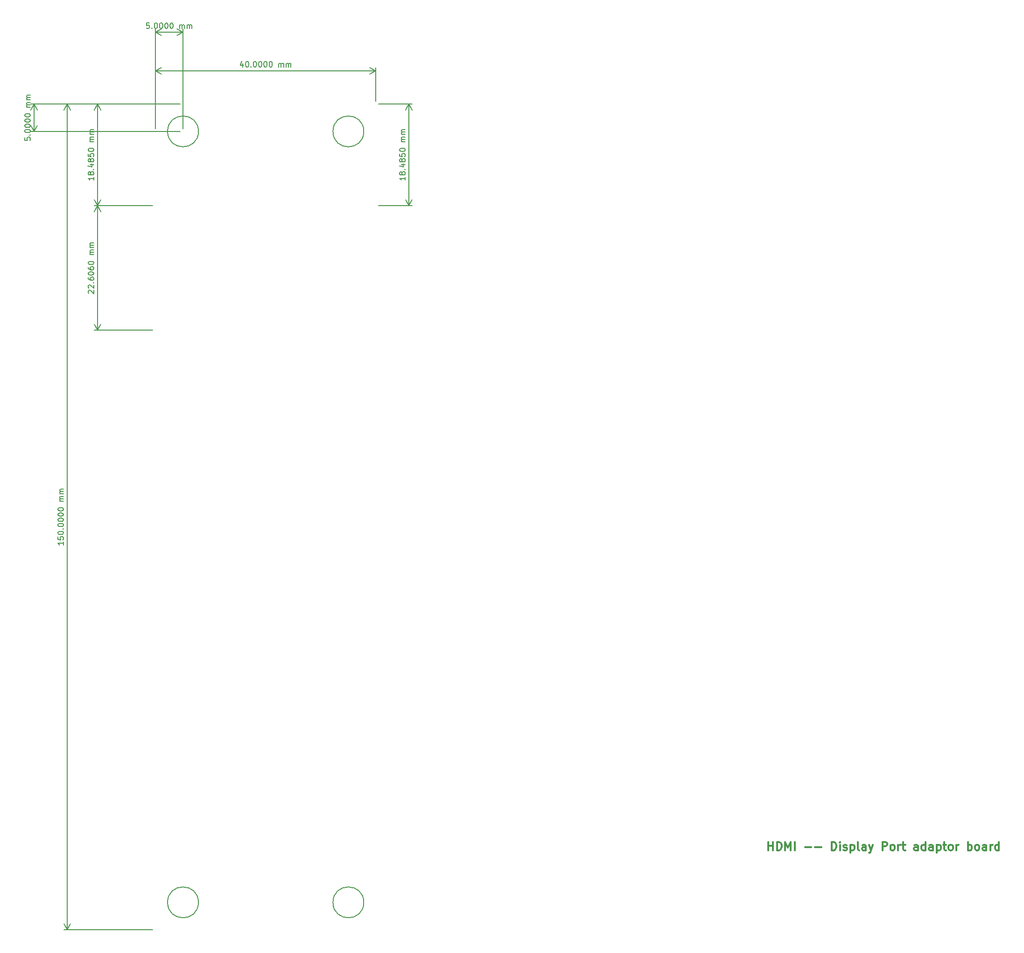
<source format=gbr>
%TF.GenerationSoftware,KiCad,Pcbnew,6.0.7-1.fc36*%
%TF.CreationDate,2022-07-28T15:58:57+01:00*%
%TF.ProjectId,pc070_aida_hdmi_dp,70633037-305f-4616-9964-615f68646d69,rev?*%
%TF.SameCoordinates,Original*%
%TF.FileFunction,Other,Comment*%
%FSLAX46Y46*%
G04 Gerber Fmt 4.6, Leading zero omitted, Abs format (unit mm)*
G04 Created by KiCad (PCBNEW 6.0.7-1.fc36) date 2022-07-28 15:58:57*
%MOMM*%
%LPD*%
G01*
G04 APERTURE LIST*
%ADD10C,0.300000*%
%ADD11C,0.150000*%
G04 APERTURE END LIST*
D10*
X181171428Y-175528571D02*
X181171428Y-174028571D01*
X181171428Y-174742857D02*
X182028571Y-174742857D01*
X182028571Y-175528571D02*
X182028571Y-174028571D01*
X182742857Y-175528571D02*
X182742857Y-174028571D01*
X183100000Y-174028571D01*
X183314285Y-174100000D01*
X183457142Y-174242857D01*
X183528571Y-174385714D01*
X183600000Y-174671428D01*
X183600000Y-174885714D01*
X183528571Y-175171428D01*
X183457142Y-175314285D01*
X183314285Y-175457142D01*
X183100000Y-175528571D01*
X182742857Y-175528571D01*
X184242857Y-175528571D02*
X184242857Y-174028571D01*
X184742857Y-175100000D01*
X185242857Y-174028571D01*
X185242857Y-175528571D01*
X185957142Y-175528571D02*
X185957142Y-174028571D01*
X187814285Y-174957142D02*
X188957142Y-174957142D01*
X189671428Y-174957142D02*
X190814285Y-174957142D01*
X192671428Y-175528571D02*
X192671428Y-174028571D01*
X193028571Y-174028571D01*
X193242857Y-174100000D01*
X193385714Y-174242857D01*
X193457142Y-174385714D01*
X193528571Y-174671428D01*
X193528571Y-174885714D01*
X193457142Y-175171428D01*
X193385714Y-175314285D01*
X193242857Y-175457142D01*
X193028571Y-175528571D01*
X192671428Y-175528571D01*
X194171428Y-175528571D02*
X194171428Y-174528571D01*
X194171428Y-174028571D02*
X194100000Y-174100000D01*
X194171428Y-174171428D01*
X194242857Y-174100000D01*
X194171428Y-174028571D01*
X194171428Y-174171428D01*
X194814285Y-175457142D02*
X194957142Y-175528571D01*
X195242857Y-175528571D01*
X195385714Y-175457142D01*
X195457142Y-175314285D01*
X195457142Y-175242857D01*
X195385714Y-175100000D01*
X195242857Y-175028571D01*
X195028571Y-175028571D01*
X194885714Y-174957142D01*
X194814285Y-174814285D01*
X194814285Y-174742857D01*
X194885714Y-174600000D01*
X195028571Y-174528571D01*
X195242857Y-174528571D01*
X195385714Y-174600000D01*
X196100000Y-174528571D02*
X196100000Y-176028571D01*
X196100000Y-174600000D02*
X196242857Y-174528571D01*
X196528571Y-174528571D01*
X196671428Y-174600000D01*
X196742857Y-174671428D01*
X196814285Y-174814285D01*
X196814285Y-175242857D01*
X196742857Y-175385714D01*
X196671428Y-175457142D01*
X196528571Y-175528571D01*
X196242857Y-175528571D01*
X196100000Y-175457142D01*
X197671428Y-175528571D02*
X197528571Y-175457142D01*
X197457142Y-175314285D01*
X197457142Y-174028571D01*
X198885714Y-175528571D02*
X198885714Y-174742857D01*
X198814285Y-174600000D01*
X198671428Y-174528571D01*
X198385714Y-174528571D01*
X198242857Y-174600000D01*
X198885714Y-175457142D02*
X198742857Y-175528571D01*
X198385714Y-175528571D01*
X198242857Y-175457142D01*
X198171428Y-175314285D01*
X198171428Y-175171428D01*
X198242857Y-175028571D01*
X198385714Y-174957142D01*
X198742857Y-174957142D01*
X198885714Y-174885714D01*
X199457142Y-174528571D02*
X199814285Y-175528571D01*
X200171428Y-174528571D02*
X199814285Y-175528571D01*
X199671428Y-175885714D01*
X199600000Y-175957142D01*
X199457142Y-176028571D01*
X201885714Y-175528571D02*
X201885714Y-174028571D01*
X202457142Y-174028571D01*
X202600000Y-174100000D01*
X202671428Y-174171428D01*
X202742857Y-174314285D01*
X202742857Y-174528571D01*
X202671428Y-174671428D01*
X202600000Y-174742857D01*
X202457142Y-174814285D01*
X201885714Y-174814285D01*
X203600000Y-175528571D02*
X203457142Y-175457142D01*
X203385714Y-175385714D01*
X203314285Y-175242857D01*
X203314285Y-174814285D01*
X203385714Y-174671428D01*
X203457142Y-174600000D01*
X203600000Y-174528571D01*
X203814285Y-174528571D01*
X203957142Y-174600000D01*
X204028571Y-174671428D01*
X204100000Y-174814285D01*
X204100000Y-175242857D01*
X204028571Y-175385714D01*
X203957142Y-175457142D01*
X203814285Y-175528571D01*
X203600000Y-175528571D01*
X204742857Y-175528571D02*
X204742857Y-174528571D01*
X204742857Y-174814285D02*
X204814285Y-174671428D01*
X204885714Y-174600000D01*
X205028571Y-174528571D01*
X205171428Y-174528571D01*
X205457142Y-174528571D02*
X206028571Y-174528571D01*
X205671428Y-174028571D02*
X205671428Y-175314285D01*
X205742857Y-175457142D01*
X205885714Y-175528571D01*
X206028571Y-175528571D01*
X208314285Y-175528571D02*
X208314285Y-174742857D01*
X208242857Y-174600000D01*
X208100000Y-174528571D01*
X207814285Y-174528571D01*
X207671428Y-174600000D01*
X208314285Y-175457142D02*
X208171428Y-175528571D01*
X207814285Y-175528571D01*
X207671428Y-175457142D01*
X207600000Y-175314285D01*
X207600000Y-175171428D01*
X207671428Y-175028571D01*
X207814285Y-174957142D01*
X208171428Y-174957142D01*
X208314285Y-174885714D01*
X209671428Y-175528571D02*
X209671428Y-174028571D01*
X209671428Y-175457142D02*
X209528571Y-175528571D01*
X209242857Y-175528571D01*
X209100000Y-175457142D01*
X209028571Y-175385714D01*
X208957142Y-175242857D01*
X208957142Y-174814285D01*
X209028571Y-174671428D01*
X209100000Y-174600000D01*
X209242857Y-174528571D01*
X209528571Y-174528571D01*
X209671428Y-174600000D01*
X211028571Y-175528571D02*
X211028571Y-174742857D01*
X210957142Y-174600000D01*
X210814285Y-174528571D01*
X210528571Y-174528571D01*
X210385714Y-174600000D01*
X211028571Y-175457142D02*
X210885714Y-175528571D01*
X210528571Y-175528571D01*
X210385714Y-175457142D01*
X210314285Y-175314285D01*
X210314285Y-175171428D01*
X210385714Y-175028571D01*
X210528571Y-174957142D01*
X210885714Y-174957142D01*
X211028571Y-174885714D01*
X211742857Y-174528571D02*
X211742857Y-176028571D01*
X211742857Y-174600000D02*
X211885714Y-174528571D01*
X212171428Y-174528571D01*
X212314285Y-174600000D01*
X212385714Y-174671428D01*
X212457142Y-174814285D01*
X212457142Y-175242857D01*
X212385714Y-175385714D01*
X212314285Y-175457142D01*
X212171428Y-175528571D01*
X211885714Y-175528571D01*
X211742857Y-175457142D01*
X212885714Y-174528571D02*
X213457142Y-174528571D01*
X213100000Y-174028571D02*
X213100000Y-175314285D01*
X213171428Y-175457142D01*
X213314285Y-175528571D01*
X213457142Y-175528571D01*
X214171428Y-175528571D02*
X214028571Y-175457142D01*
X213957142Y-175385714D01*
X213885714Y-175242857D01*
X213885714Y-174814285D01*
X213957142Y-174671428D01*
X214028571Y-174600000D01*
X214171428Y-174528571D01*
X214385714Y-174528571D01*
X214528571Y-174600000D01*
X214600000Y-174671428D01*
X214671428Y-174814285D01*
X214671428Y-175242857D01*
X214600000Y-175385714D01*
X214528571Y-175457142D01*
X214385714Y-175528571D01*
X214171428Y-175528571D01*
X215314285Y-175528571D02*
X215314285Y-174528571D01*
X215314285Y-174814285D02*
X215385714Y-174671428D01*
X215457142Y-174600000D01*
X215600000Y-174528571D01*
X215742857Y-174528571D01*
X217385714Y-175528571D02*
X217385714Y-174028571D01*
X217385714Y-174600000D02*
X217528571Y-174528571D01*
X217814285Y-174528571D01*
X217957142Y-174600000D01*
X218028571Y-174671428D01*
X218100000Y-174814285D01*
X218100000Y-175242857D01*
X218028571Y-175385714D01*
X217957142Y-175457142D01*
X217814285Y-175528571D01*
X217528571Y-175528571D01*
X217385714Y-175457142D01*
X218957142Y-175528571D02*
X218814285Y-175457142D01*
X218742857Y-175385714D01*
X218671428Y-175242857D01*
X218671428Y-174814285D01*
X218742857Y-174671428D01*
X218814285Y-174600000D01*
X218957142Y-174528571D01*
X219171428Y-174528571D01*
X219314285Y-174600000D01*
X219385714Y-174671428D01*
X219457142Y-174814285D01*
X219457142Y-175242857D01*
X219385714Y-175385714D01*
X219314285Y-175457142D01*
X219171428Y-175528571D01*
X218957142Y-175528571D01*
X220742857Y-175528571D02*
X220742857Y-174742857D01*
X220671428Y-174600000D01*
X220528571Y-174528571D01*
X220242857Y-174528571D01*
X220100000Y-174600000D01*
X220742857Y-175457142D02*
X220600000Y-175528571D01*
X220242857Y-175528571D01*
X220100000Y-175457142D01*
X220028571Y-175314285D01*
X220028571Y-175171428D01*
X220100000Y-175028571D01*
X220242857Y-174957142D01*
X220600000Y-174957142D01*
X220742857Y-174885714D01*
X221457142Y-175528571D02*
X221457142Y-174528571D01*
X221457142Y-174814285D02*
X221528571Y-174671428D01*
X221600000Y-174600000D01*
X221742857Y-174528571D01*
X221885714Y-174528571D01*
X223028571Y-175528571D02*
X223028571Y-174028571D01*
X223028571Y-175457142D02*
X222885714Y-175528571D01*
X222600000Y-175528571D01*
X222457142Y-175457142D01*
X222385714Y-175385714D01*
X222314285Y-175242857D01*
X222314285Y-174814285D01*
X222385714Y-174671428D01*
X222457142Y-174600000D01*
X222600000Y-174528571D01*
X222885714Y-174528571D01*
X223028571Y-174600000D01*
D11*
X53302381Y-119523809D02*
X53302381Y-120095238D01*
X53302381Y-119809523D02*
X52302381Y-119809523D01*
X52445239Y-119904761D01*
X52540477Y-120000000D01*
X52588096Y-120095238D01*
X52302381Y-118619047D02*
X52302381Y-119095238D01*
X52778572Y-119142857D01*
X52730953Y-119095238D01*
X52683334Y-119000000D01*
X52683334Y-118761904D01*
X52730953Y-118666666D01*
X52778572Y-118619047D01*
X52873810Y-118571428D01*
X53111905Y-118571428D01*
X53207143Y-118619047D01*
X53254762Y-118666666D01*
X53302381Y-118761904D01*
X53302381Y-119000000D01*
X53254762Y-119095238D01*
X53207143Y-119142857D01*
X52302381Y-117952380D02*
X52302381Y-117857142D01*
X52350001Y-117761904D01*
X52397620Y-117714285D01*
X52492858Y-117666666D01*
X52683334Y-117619047D01*
X52921429Y-117619047D01*
X53111905Y-117666666D01*
X53207143Y-117714285D01*
X53254762Y-117761904D01*
X53302381Y-117857142D01*
X53302381Y-117952380D01*
X53254762Y-118047619D01*
X53207143Y-118095238D01*
X53111905Y-118142857D01*
X52921429Y-118190476D01*
X52683334Y-118190476D01*
X52492858Y-118142857D01*
X52397620Y-118095238D01*
X52350001Y-118047619D01*
X52302381Y-117952380D01*
X53207143Y-117190476D02*
X53254762Y-117142857D01*
X53302381Y-117190476D01*
X53254762Y-117238095D01*
X53207143Y-117190476D01*
X53302381Y-117190476D01*
X52302381Y-116523809D02*
X52302381Y-116428571D01*
X52350001Y-116333333D01*
X52397620Y-116285714D01*
X52492858Y-116238095D01*
X52683334Y-116190476D01*
X52921429Y-116190476D01*
X53111905Y-116238095D01*
X53207143Y-116285714D01*
X53254762Y-116333333D01*
X53302381Y-116428571D01*
X53302381Y-116523809D01*
X53254762Y-116619047D01*
X53207143Y-116666666D01*
X53111905Y-116714285D01*
X52921429Y-116761904D01*
X52683334Y-116761904D01*
X52492858Y-116714285D01*
X52397620Y-116666666D01*
X52350001Y-116619047D01*
X52302381Y-116523809D01*
X52302381Y-115571428D02*
X52302381Y-115476190D01*
X52350001Y-115380952D01*
X52397620Y-115333333D01*
X52492858Y-115285714D01*
X52683334Y-115238095D01*
X52921429Y-115238095D01*
X53111905Y-115285714D01*
X53207143Y-115333333D01*
X53254762Y-115380952D01*
X53302381Y-115476190D01*
X53302381Y-115571428D01*
X53254762Y-115666666D01*
X53207143Y-115714285D01*
X53111905Y-115761904D01*
X52921429Y-115809523D01*
X52683334Y-115809523D01*
X52492858Y-115761904D01*
X52397620Y-115714285D01*
X52350001Y-115666666D01*
X52302381Y-115571428D01*
X52302381Y-114619047D02*
X52302381Y-114523809D01*
X52350001Y-114428571D01*
X52397620Y-114380952D01*
X52492858Y-114333333D01*
X52683334Y-114285714D01*
X52921429Y-114285714D01*
X53111905Y-114333333D01*
X53207143Y-114380952D01*
X53254762Y-114428571D01*
X53302381Y-114523809D01*
X53302381Y-114619047D01*
X53254762Y-114714285D01*
X53207143Y-114761904D01*
X53111905Y-114809523D01*
X52921429Y-114857142D01*
X52683334Y-114857142D01*
X52492858Y-114809523D01*
X52397620Y-114761904D01*
X52350001Y-114714285D01*
X52302381Y-114619047D01*
X52302381Y-113666666D02*
X52302381Y-113571428D01*
X52350001Y-113476190D01*
X52397620Y-113428571D01*
X52492858Y-113380952D01*
X52683334Y-113333333D01*
X52921429Y-113333333D01*
X53111905Y-113380952D01*
X53207143Y-113428571D01*
X53254762Y-113476190D01*
X53302381Y-113571428D01*
X53302381Y-113666666D01*
X53254762Y-113761904D01*
X53207143Y-113809523D01*
X53111905Y-113857142D01*
X52921429Y-113904761D01*
X52683334Y-113904761D01*
X52492858Y-113857142D01*
X52397620Y-113809523D01*
X52350001Y-113761904D01*
X52302381Y-113666666D01*
X53302381Y-112142857D02*
X52635715Y-112142857D01*
X52730953Y-112142857D02*
X52683334Y-112095238D01*
X52635715Y-112000000D01*
X52635715Y-111857142D01*
X52683334Y-111761904D01*
X52778572Y-111714285D01*
X53302381Y-111714285D01*
X52778572Y-111714285D02*
X52683334Y-111666666D01*
X52635715Y-111571428D01*
X52635715Y-111428571D01*
X52683334Y-111333333D01*
X52778572Y-111285714D01*
X53302381Y-111285714D01*
X53302381Y-110809523D02*
X52635715Y-110809523D01*
X52730953Y-110809523D02*
X52683334Y-110761904D01*
X52635715Y-110666666D01*
X52635715Y-110523809D01*
X52683334Y-110428571D01*
X52778572Y-110380952D01*
X53302381Y-110380952D01*
X52778572Y-110380952D02*
X52683334Y-110333333D01*
X52635715Y-110238095D01*
X52635715Y-110095238D01*
X52683334Y-110000000D01*
X52778572Y-109952380D01*
X53302381Y-109952380D01*
X69500000Y-40000000D02*
X53413581Y-40000000D01*
X69500000Y-190000000D02*
X53413581Y-190000000D01*
X54000001Y-40000000D02*
X54000001Y-190000000D01*
X54000001Y-40000000D02*
X54000001Y-190000000D01*
X54000001Y-40000000D02*
X53413580Y-41126504D01*
X54000001Y-40000000D02*
X54586422Y-41126504D01*
X54000001Y-190000000D02*
X54586422Y-188873496D01*
X54000001Y-190000000D02*
X53413580Y-188873496D01*
X85857142Y-32635714D02*
X85857142Y-33302380D01*
X85619047Y-32254761D02*
X85380952Y-32969047D01*
X86000000Y-32969047D01*
X86571428Y-32302380D02*
X86666666Y-32302380D01*
X86761904Y-32350000D01*
X86809523Y-32397619D01*
X86857142Y-32492857D01*
X86904761Y-32683333D01*
X86904761Y-32921428D01*
X86857142Y-33111904D01*
X86809523Y-33207142D01*
X86761904Y-33254761D01*
X86666666Y-33302380D01*
X86571428Y-33302380D01*
X86476190Y-33254761D01*
X86428571Y-33207142D01*
X86380952Y-33111904D01*
X86333333Y-32921428D01*
X86333333Y-32683333D01*
X86380952Y-32492857D01*
X86428571Y-32397619D01*
X86476190Y-32350000D01*
X86571428Y-32302380D01*
X87333333Y-33207142D02*
X87380952Y-33254761D01*
X87333333Y-33302380D01*
X87285714Y-33254761D01*
X87333333Y-33207142D01*
X87333333Y-33302380D01*
X88000000Y-32302380D02*
X88095238Y-32302380D01*
X88190476Y-32350000D01*
X88238095Y-32397619D01*
X88285714Y-32492857D01*
X88333333Y-32683333D01*
X88333333Y-32921428D01*
X88285714Y-33111904D01*
X88238095Y-33207142D01*
X88190476Y-33254761D01*
X88095238Y-33302380D01*
X88000000Y-33302380D01*
X87904761Y-33254761D01*
X87857142Y-33207142D01*
X87809523Y-33111904D01*
X87761904Y-32921428D01*
X87761904Y-32683333D01*
X87809523Y-32492857D01*
X87857142Y-32397619D01*
X87904761Y-32350000D01*
X88000000Y-32302380D01*
X88952380Y-32302380D02*
X89047619Y-32302380D01*
X89142857Y-32350000D01*
X89190476Y-32397619D01*
X89238095Y-32492857D01*
X89285714Y-32683333D01*
X89285714Y-32921428D01*
X89238095Y-33111904D01*
X89190476Y-33207142D01*
X89142857Y-33254761D01*
X89047619Y-33302380D01*
X88952380Y-33302380D01*
X88857142Y-33254761D01*
X88809523Y-33207142D01*
X88761904Y-33111904D01*
X88714285Y-32921428D01*
X88714285Y-32683333D01*
X88761904Y-32492857D01*
X88809523Y-32397619D01*
X88857142Y-32350000D01*
X88952380Y-32302380D01*
X89904761Y-32302380D02*
X90000000Y-32302380D01*
X90095238Y-32350000D01*
X90142857Y-32397619D01*
X90190476Y-32492857D01*
X90238095Y-32683333D01*
X90238095Y-32921428D01*
X90190476Y-33111904D01*
X90142857Y-33207142D01*
X90095238Y-33254761D01*
X90000000Y-33302380D01*
X89904761Y-33302380D01*
X89809523Y-33254761D01*
X89761904Y-33207142D01*
X89714285Y-33111904D01*
X89666666Y-32921428D01*
X89666666Y-32683333D01*
X89714285Y-32492857D01*
X89761904Y-32397619D01*
X89809523Y-32350000D01*
X89904761Y-32302380D01*
X90857142Y-32302380D02*
X90952380Y-32302380D01*
X91047619Y-32350000D01*
X91095238Y-32397619D01*
X91142857Y-32492857D01*
X91190476Y-32683333D01*
X91190476Y-32921428D01*
X91142857Y-33111904D01*
X91095238Y-33207142D01*
X91047619Y-33254761D01*
X90952380Y-33302380D01*
X90857142Y-33302380D01*
X90761904Y-33254761D01*
X90714285Y-33207142D01*
X90666666Y-33111904D01*
X90619047Y-32921428D01*
X90619047Y-32683333D01*
X90666666Y-32492857D01*
X90714285Y-32397619D01*
X90761904Y-32350000D01*
X90857142Y-32302380D01*
X92380952Y-33302380D02*
X92380952Y-32635714D01*
X92380952Y-32730952D02*
X92428571Y-32683333D01*
X92523809Y-32635714D01*
X92666666Y-32635714D01*
X92761904Y-32683333D01*
X92809523Y-32778571D01*
X92809523Y-33302380D01*
X92809523Y-32778571D02*
X92857142Y-32683333D01*
X92952380Y-32635714D01*
X93095238Y-32635714D01*
X93190476Y-32683333D01*
X93238095Y-32778571D01*
X93238095Y-33302380D01*
X93714285Y-33302380D02*
X93714285Y-32635714D01*
X93714285Y-32730952D02*
X93761904Y-32683333D01*
X93857142Y-32635714D01*
X94000000Y-32635714D01*
X94095238Y-32683333D01*
X94142857Y-32778571D01*
X94142857Y-33302380D01*
X94142857Y-32778571D02*
X94190476Y-32683333D01*
X94285714Y-32635714D01*
X94428571Y-32635714D01*
X94523809Y-32683333D01*
X94571428Y-32778571D01*
X94571428Y-33302380D01*
X70000000Y-39500000D02*
X70000000Y-33413580D01*
X110000000Y-39500000D02*
X110000000Y-33413580D01*
X70000000Y-34000000D02*
X110000000Y-34000000D01*
X70000000Y-34000000D02*
X110000000Y-34000000D01*
X70000000Y-34000000D02*
X71126504Y-34586421D01*
X70000000Y-34000000D02*
X71126504Y-33413579D01*
X110000000Y-34000000D02*
X108873496Y-33413579D01*
X110000000Y-34000000D02*
X108873496Y-34586421D01*
X58802381Y-53290119D02*
X58802381Y-53861547D01*
X58802381Y-53575833D02*
X57802381Y-53575833D01*
X57945239Y-53671071D01*
X58040477Y-53766309D01*
X58088096Y-53861547D01*
X58230953Y-52718690D02*
X58183334Y-52813928D01*
X58135715Y-52861547D01*
X58040477Y-52909166D01*
X57992858Y-52909166D01*
X57897620Y-52861547D01*
X57850001Y-52813928D01*
X57802381Y-52718690D01*
X57802381Y-52528214D01*
X57850001Y-52432976D01*
X57897620Y-52385357D01*
X57992858Y-52337738D01*
X58040477Y-52337738D01*
X58135715Y-52385357D01*
X58183334Y-52432976D01*
X58230953Y-52528214D01*
X58230953Y-52718690D01*
X58278572Y-52813928D01*
X58326191Y-52861547D01*
X58421429Y-52909166D01*
X58611905Y-52909166D01*
X58707143Y-52861547D01*
X58754762Y-52813928D01*
X58802381Y-52718690D01*
X58802381Y-52528214D01*
X58754762Y-52432976D01*
X58707143Y-52385357D01*
X58611905Y-52337738D01*
X58421429Y-52337738D01*
X58326191Y-52385357D01*
X58278572Y-52432976D01*
X58230953Y-52528214D01*
X58707143Y-51909166D02*
X58754762Y-51861547D01*
X58802381Y-51909166D01*
X58754762Y-51956785D01*
X58707143Y-51909166D01*
X58802381Y-51909166D01*
X58135715Y-51004404D02*
X58802381Y-51004404D01*
X57754762Y-51242500D02*
X58469048Y-51480595D01*
X58469048Y-50861547D01*
X58230953Y-50337738D02*
X58183334Y-50432976D01*
X58135715Y-50480595D01*
X58040477Y-50528214D01*
X57992858Y-50528214D01*
X57897620Y-50480595D01*
X57850001Y-50432976D01*
X57802381Y-50337738D01*
X57802381Y-50147261D01*
X57850001Y-50052023D01*
X57897620Y-50004404D01*
X57992858Y-49956785D01*
X58040477Y-49956785D01*
X58135715Y-50004404D01*
X58183334Y-50052023D01*
X58230953Y-50147261D01*
X58230953Y-50337738D01*
X58278572Y-50432976D01*
X58326191Y-50480595D01*
X58421429Y-50528214D01*
X58611905Y-50528214D01*
X58707143Y-50480595D01*
X58754762Y-50432976D01*
X58802381Y-50337738D01*
X58802381Y-50147261D01*
X58754762Y-50052023D01*
X58707143Y-50004404D01*
X58611905Y-49956785D01*
X58421429Y-49956785D01*
X58326191Y-50004404D01*
X58278572Y-50052023D01*
X58230953Y-50147261D01*
X57802381Y-49052023D02*
X57802381Y-49528214D01*
X58278572Y-49575833D01*
X58230953Y-49528214D01*
X58183334Y-49432976D01*
X58183334Y-49194880D01*
X58230953Y-49099642D01*
X58278572Y-49052023D01*
X58373810Y-49004404D01*
X58611905Y-49004404D01*
X58707143Y-49052023D01*
X58754762Y-49099642D01*
X58802381Y-49194880D01*
X58802381Y-49432976D01*
X58754762Y-49528214D01*
X58707143Y-49575833D01*
X57802381Y-48385357D02*
X57802381Y-48290119D01*
X57850001Y-48194880D01*
X57897620Y-48147261D01*
X57992858Y-48099642D01*
X58183334Y-48052023D01*
X58421429Y-48052023D01*
X58611905Y-48099642D01*
X58707143Y-48147261D01*
X58754762Y-48194880D01*
X58802381Y-48290119D01*
X58802381Y-48385357D01*
X58754762Y-48480595D01*
X58707143Y-48528214D01*
X58611905Y-48575833D01*
X58421429Y-48623452D01*
X58183334Y-48623452D01*
X57992858Y-48575833D01*
X57897620Y-48528214D01*
X57850001Y-48480595D01*
X57802381Y-48385357D01*
X58802381Y-46861547D02*
X58135715Y-46861547D01*
X58230953Y-46861547D02*
X58183334Y-46813928D01*
X58135715Y-46718690D01*
X58135715Y-46575833D01*
X58183334Y-46480595D01*
X58278572Y-46432976D01*
X58802381Y-46432976D01*
X58278572Y-46432976D02*
X58183334Y-46385357D01*
X58135715Y-46290119D01*
X58135715Y-46147261D01*
X58183334Y-46052023D01*
X58278572Y-46004404D01*
X58802381Y-46004404D01*
X58802381Y-45528214D02*
X58135715Y-45528214D01*
X58230953Y-45528214D02*
X58183334Y-45480595D01*
X58135715Y-45385357D01*
X58135715Y-45242500D01*
X58183334Y-45147261D01*
X58278572Y-45099642D01*
X58802381Y-45099642D01*
X58278572Y-45099642D02*
X58183334Y-45052023D01*
X58135715Y-44956785D01*
X58135715Y-44813928D01*
X58183334Y-44718690D01*
X58278572Y-44671071D01*
X58802381Y-44671071D01*
X69500000Y-40000000D02*
X58913581Y-40000000D01*
X69500000Y-58485000D02*
X58913581Y-58485000D01*
X59500001Y-40000000D02*
X59500001Y-58485000D01*
X59500001Y-40000000D02*
X59500001Y-58485000D01*
X59500001Y-40000000D02*
X58913580Y-41126504D01*
X59500001Y-40000000D02*
X60086422Y-41126504D01*
X59500001Y-58485000D02*
X60086422Y-57358496D01*
X59500001Y-58485000D02*
X58913580Y-57358496D01*
X57897620Y-74407047D02*
X57850001Y-74359428D01*
X57802381Y-74264190D01*
X57802381Y-74026095D01*
X57850001Y-73930857D01*
X57897620Y-73883238D01*
X57992858Y-73835619D01*
X58088096Y-73835619D01*
X58230953Y-73883238D01*
X58802381Y-74454666D01*
X58802381Y-73835619D01*
X57897620Y-73454666D02*
X57850001Y-73407047D01*
X57802381Y-73311809D01*
X57802381Y-73073714D01*
X57850001Y-72978476D01*
X57897620Y-72930857D01*
X57992858Y-72883238D01*
X58088096Y-72883238D01*
X58230953Y-72930857D01*
X58802381Y-73502285D01*
X58802381Y-72883238D01*
X58707143Y-72454666D02*
X58754762Y-72407047D01*
X58802381Y-72454666D01*
X58754762Y-72502285D01*
X58707143Y-72454666D01*
X58802381Y-72454666D01*
X57802381Y-71549904D02*
X57802381Y-71740380D01*
X57850001Y-71835619D01*
X57897620Y-71883238D01*
X58040477Y-71978476D01*
X58230953Y-72026095D01*
X58611905Y-72026095D01*
X58707143Y-71978476D01*
X58754762Y-71930857D01*
X58802381Y-71835619D01*
X58802381Y-71645142D01*
X58754762Y-71549904D01*
X58707143Y-71502285D01*
X58611905Y-71454666D01*
X58373810Y-71454666D01*
X58278572Y-71502285D01*
X58230953Y-71549904D01*
X58183334Y-71645142D01*
X58183334Y-71835619D01*
X58230953Y-71930857D01*
X58278572Y-71978476D01*
X58373810Y-72026095D01*
X57802381Y-70835619D02*
X57802381Y-70740380D01*
X57850001Y-70645142D01*
X57897620Y-70597523D01*
X57992858Y-70549904D01*
X58183334Y-70502285D01*
X58421429Y-70502285D01*
X58611905Y-70549904D01*
X58707143Y-70597523D01*
X58754762Y-70645142D01*
X58802381Y-70740380D01*
X58802381Y-70835619D01*
X58754762Y-70930857D01*
X58707143Y-70978476D01*
X58611905Y-71026095D01*
X58421429Y-71073714D01*
X58183334Y-71073714D01*
X57992858Y-71026095D01*
X57897620Y-70978476D01*
X57850001Y-70930857D01*
X57802381Y-70835619D01*
X57802381Y-69645142D02*
X57802381Y-69835619D01*
X57850001Y-69930857D01*
X57897620Y-69978476D01*
X58040477Y-70073714D01*
X58230953Y-70121333D01*
X58611905Y-70121333D01*
X58707143Y-70073714D01*
X58754762Y-70026095D01*
X58802381Y-69930857D01*
X58802381Y-69740380D01*
X58754762Y-69645142D01*
X58707143Y-69597523D01*
X58611905Y-69549904D01*
X58373810Y-69549904D01*
X58278572Y-69597523D01*
X58230953Y-69645142D01*
X58183334Y-69740380D01*
X58183334Y-69930857D01*
X58230953Y-70026095D01*
X58278572Y-70073714D01*
X58373810Y-70121333D01*
X57802381Y-68930857D02*
X57802381Y-68835619D01*
X57850001Y-68740380D01*
X57897620Y-68692761D01*
X57992858Y-68645142D01*
X58183334Y-68597523D01*
X58421429Y-68597523D01*
X58611905Y-68645142D01*
X58707143Y-68692761D01*
X58754762Y-68740380D01*
X58802381Y-68835619D01*
X58802381Y-68930857D01*
X58754762Y-69026095D01*
X58707143Y-69073714D01*
X58611905Y-69121333D01*
X58421429Y-69168952D01*
X58183334Y-69168952D01*
X57992858Y-69121333D01*
X57897620Y-69073714D01*
X57850001Y-69026095D01*
X57802381Y-68930857D01*
X58802381Y-67407047D02*
X58135715Y-67407047D01*
X58230953Y-67407047D02*
X58183334Y-67359428D01*
X58135715Y-67264190D01*
X58135715Y-67121333D01*
X58183334Y-67026095D01*
X58278572Y-66978476D01*
X58802381Y-66978476D01*
X58278572Y-66978476D02*
X58183334Y-66930857D01*
X58135715Y-66835619D01*
X58135715Y-66692761D01*
X58183334Y-66597523D01*
X58278572Y-66549904D01*
X58802381Y-66549904D01*
X58802381Y-66073714D02*
X58135715Y-66073714D01*
X58230953Y-66073714D02*
X58183334Y-66026095D01*
X58135715Y-65930857D01*
X58135715Y-65788000D01*
X58183334Y-65692761D01*
X58278572Y-65645142D01*
X58802381Y-65645142D01*
X58278572Y-65645142D02*
X58183334Y-65597523D01*
X58135715Y-65502285D01*
X58135715Y-65359428D01*
X58183334Y-65264190D01*
X58278572Y-65216571D01*
X58802381Y-65216571D01*
X69500000Y-58485000D02*
X58913581Y-58485000D01*
X69500000Y-81091000D02*
X58913581Y-81091000D01*
X59500001Y-58485000D02*
X59500001Y-81091000D01*
X59500001Y-58485000D02*
X59500001Y-81091000D01*
X59500001Y-58485000D02*
X58913580Y-59611504D01*
X59500001Y-58485000D02*
X60086422Y-59611504D01*
X59500001Y-81091000D02*
X60086422Y-79964496D01*
X59500001Y-81091000D02*
X58913580Y-79964496D01*
X115302380Y-53290119D02*
X115302380Y-53861547D01*
X115302380Y-53575833D02*
X114302380Y-53575833D01*
X114445238Y-53671071D01*
X114540476Y-53766309D01*
X114588095Y-53861547D01*
X114730952Y-52718690D02*
X114683333Y-52813928D01*
X114635714Y-52861547D01*
X114540476Y-52909166D01*
X114492857Y-52909166D01*
X114397619Y-52861547D01*
X114350000Y-52813928D01*
X114302380Y-52718690D01*
X114302380Y-52528214D01*
X114350000Y-52432976D01*
X114397619Y-52385357D01*
X114492857Y-52337738D01*
X114540476Y-52337738D01*
X114635714Y-52385357D01*
X114683333Y-52432976D01*
X114730952Y-52528214D01*
X114730952Y-52718690D01*
X114778571Y-52813928D01*
X114826190Y-52861547D01*
X114921428Y-52909166D01*
X115111904Y-52909166D01*
X115207142Y-52861547D01*
X115254761Y-52813928D01*
X115302380Y-52718690D01*
X115302380Y-52528214D01*
X115254761Y-52432976D01*
X115207142Y-52385357D01*
X115111904Y-52337738D01*
X114921428Y-52337738D01*
X114826190Y-52385357D01*
X114778571Y-52432976D01*
X114730952Y-52528214D01*
X115207142Y-51909166D02*
X115254761Y-51861547D01*
X115302380Y-51909166D01*
X115254761Y-51956785D01*
X115207142Y-51909166D01*
X115302380Y-51909166D01*
X114635714Y-51004404D02*
X115302380Y-51004404D01*
X114254761Y-51242500D02*
X114969047Y-51480595D01*
X114969047Y-50861547D01*
X114730952Y-50337738D02*
X114683333Y-50432976D01*
X114635714Y-50480595D01*
X114540476Y-50528214D01*
X114492857Y-50528214D01*
X114397619Y-50480595D01*
X114350000Y-50432976D01*
X114302380Y-50337738D01*
X114302380Y-50147261D01*
X114350000Y-50052023D01*
X114397619Y-50004404D01*
X114492857Y-49956785D01*
X114540476Y-49956785D01*
X114635714Y-50004404D01*
X114683333Y-50052023D01*
X114730952Y-50147261D01*
X114730952Y-50337738D01*
X114778571Y-50432976D01*
X114826190Y-50480595D01*
X114921428Y-50528214D01*
X115111904Y-50528214D01*
X115207142Y-50480595D01*
X115254761Y-50432976D01*
X115302380Y-50337738D01*
X115302380Y-50147261D01*
X115254761Y-50052023D01*
X115207142Y-50004404D01*
X115111904Y-49956785D01*
X114921428Y-49956785D01*
X114826190Y-50004404D01*
X114778571Y-50052023D01*
X114730952Y-50147261D01*
X114302380Y-49052023D02*
X114302380Y-49528214D01*
X114778571Y-49575833D01*
X114730952Y-49528214D01*
X114683333Y-49432976D01*
X114683333Y-49194880D01*
X114730952Y-49099642D01*
X114778571Y-49052023D01*
X114873809Y-49004404D01*
X115111904Y-49004404D01*
X115207142Y-49052023D01*
X115254761Y-49099642D01*
X115302380Y-49194880D01*
X115302380Y-49432976D01*
X115254761Y-49528214D01*
X115207142Y-49575833D01*
X114302380Y-48385357D02*
X114302380Y-48290119D01*
X114350000Y-48194880D01*
X114397619Y-48147261D01*
X114492857Y-48099642D01*
X114683333Y-48052023D01*
X114921428Y-48052023D01*
X115111904Y-48099642D01*
X115207142Y-48147261D01*
X115254761Y-48194880D01*
X115302380Y-48290119D01*
X115302380Y-48385357D01*
X115254761Y-48480595D01*
X115207142Y-48528214D01*
X115111904Y-48575833D01*
X114921428Y-48623452D01*
X114683333Y-48623452D01*
X114492857Y-48575833D01*
X114397619Y-48528214D01*
X114350000Y-48480595D01*
X114302380Y-48385357D01*
X115302380Y-46861547D02*
X114635714Y-46861547D01*
X114730952Y-46861547D02*
X114683333Y-46813928D01*
X114635714Y-46718690D01*
X114635714Y-46575833D01*
X114683333Y-46480595D01*
X114778571Y-46432976D01*
X115302380Y-46432976D01*
X114778571Y-46432976D02*
X114683333Y-46385357D01*
X114635714Y-46290119D01*
X114635714Y-46147261D01*
X114683333Y-46052023D01*
X114778571Y-46004404D01*
X115302380Y-46004404D01*
X115302380Y-45528214D02*
X114635714Y-45528214D01*
X114730952Y-45528214D02*
X114683333Y-45480595D01*
X114635714Y-45385357D01*
X114635714Y-45242500D01*
X114683333Y-45147261D01*
X114778571Y-45099642D01*
X115302380Y-45099642D01*
X114778571Y-45099642D02*
X114683333Y-45052023D01*
X114635714Y-44956785D01*
X114635714Y-44813928D01*
X114683333Y-44718690D01*
X114778571Y-44671071D01*
X115302380Y-44671071D01*
X110500000Y-58485000D02*
X116586420Y-58485000D01*
X110500000Y-40000000D02*
X116586420Y-40000000D01*
X116000000Y-58485000D02*
X116000000Y-40000000D01*
X116000000Y-58485000D02*
X116000000Y-40000000D01*
X116000000Y-58485000D02*
X116586421Y-57358496D01*
X116000000Y-58485000D02*
X115413579Y-57358496D01*
X116000000Y-40000000D02*
X115413579Y-41126504D01*
X116000000Y-40000000D02*
X116586421Y-41126504D01*
X68880952Y-25302380D02*
X68404761Y-25302380D01*
X68357142Y-25778571D01*
X68404761Y-25730952D01*
X68500000Y-25683333D01*
X68738095Y-25683333D01*
X68833333Y-25730952D01*
X68880952Y-25778571D01*
X68928571Y-25873809D01*
X68928571Y-26111904D01*
X68880952Y-26207142D01*
X68833333Y-26254761D01*
X68738095Y-26302380D01*
X68500000Y-26302380D01*
X68404761Y-26254761D01*
X68357142Y-26207142D01*
X69357142Y-26207142D02*
X69404761Y-26254761D01*
X69357142Y-26302380D01*
X69309523Y-26254761D01*
X69357142Y-26207142D01*
X69357142Y-26302380D01*
X70023809Y-25302380D02*
X70119047Y-25302380D01*
X70214285Y-25350000D01*
X70261904Y-25397619D01*
X70309523Y-25492857D01*
X70357142Y-25683333D01*
X70357142Y-25921428D01*
X70309523Y-26111904D01*
X70261904Y-26207142D01*
X70214285Y-26254761D01*
X70119047Y-26302380D01*
X70023809Y-26302380D01*
X69928571Y-26254761D01*
X69880952Y-26207142D01*
X69833333Y-26111904D01*
X69785714Y-25921428D01*
X69785714Y-25683333D01*
X69833333Y-25492857D01*
X69880952Y-25397619D01*
X69928571Y-25350000D01*
X70023809Y-25302380D01*
X70976190Y-25302380D02*
X71071428Y-25302380D01*
X71166666Y-25350000D01*
X71214285Y-25397619D01*
X71261904Y-25492857D01*
X71309523Y-25683333D01*
X71309523Y-25921428D01*
X71261904Y-26111904D01*
X71214285Y-26207142D01*
X71166666Y-26254761D01*
X71071428Y-26302380D01*
X70976190Y-26302380D01*
X70880952Y-26254761D01*
X70833333Y-26207142D01*
X70785714Y-26111904D01*
X70738095Y-25921428D01*
X70738095Y-25683333D01*
X70785714Y-25492857D01*
X70833333Y-25397619D01*
X70880952Y-25350000D01*
X70976190Y-25302380D01*
X71928571Y-25302380D02*
X72023809Y-25302380D01*
X72119047Y-25350000D01*
X72166666Y-25397619D01*
X72214285Y-25492857D01*
X72261904Y-25683333D01*
X72261904Y-25921428D01*
X72214285Y-26111904D01*
X72166666Y-26207142D01*
X72119047Y-26254761D01*
X72023809Y-26302380D01*
X71928571Y-26302380D01*
X71833333Y-26254761D01*
X71785714Y-26207142D01*
X71738095Y-26111904D01*
X71690476Y-25921428D01*
X71690476Y-25683333D01*
X71738095Y-25492857D01*
X71785714Y-25397619D01*
X71833333Y-25350000D01*
X71928571Y-25302380D01*
X72880952Y-25302380D02*
X72976190Y-25302380D01*
X73071428Y-25350000D01*
X73119047Y-25397619D01*
X73166666Y-25492857D01*
X73214285Y-25683333D01*
X73214285Y-25921428D01*
X73166666Y-26111904D01*
X73119047Y-26207142D01*
X73071428Y-26254761D01*
X72976190Y-26302380D01*
X72880952Y-26302380D01*
X72785714Y-26254761D01*
X72738095Y-26207142D01*
X72690476Y-26111904D01*
X72642857Y-25921428D01*
X72642857Y-25683333D01*
X72690476Y-25492857D01*
X72738095Y-25397619D01*
X72785714Y-25350000D01*
X72880952Y-25302380D01*
X74404761Y-26302380D02*
X74404761Y-25635714D01*
X74404761Y-25730952D02*
X74452380Y-25683333D01*
X74547619Y-25635714D01*
X74690476Y-25635714D01*
X74785714Y-25683333D01*
X74833333Y-25778571D01*
X74833333Y-26302380D01*
X74833333Y-25778571D02*
X74880952Y-25683333D01*
X74976190Y-25635714D01*
X75119047Y-25635714D01*
X75214285Y-25683333D01*
X75261904Y-25778571D01*
X75261904Y-26302380D01*
X75738095Y-26302380D02*
X75738095Y-25635714D01*
X75738095Y-25730952D02*
X75785714Y-25683333D01*
X75880952Y-25635714D01*
X76023809Y-25635714D01*
X76119047Y-25683333D01*
X76166666Y-25778571D01*
X76166666Y-26302380D01*
X76166666Y-25778571D02*
X76214285Y-25683333D01*
X76309523Y-25635714D01*
X76452380Y-25635714D01*
X76547619Y-25683333D01*
X76595238Y-25778571D01*
X76595238Y-26302380D01*
X75000000Y-44500000D02*
X75000000Y-26413580D01*
X70000000Y-44500000D02*
X70000000Y-26413580D01*
X75000000Y-27000000D02*
X70000000Y-27000000D01*
X75000000Y-27000000D02*
X70000000Y-27000000D01*
X75000000Y-27000000D02*
X73873496Y-26413579D01*
X75000000Y-27000000D02*
X73873496Y-27586421D01*
X70000000Y-27000000D02*
X71126504Y-27586421D01*
X70000000Y-27000000D02*
X71126504Y-26413579D01*
X46302380Y-46119047D02*
X46302380Y-46595238D01*
X46778571Y-46642857D01*
X46730952Y-46595238D01*
X46683333Y-46500000D01*
X46683333Y-46261904D01*
X46730952Y-46166666D01*
X46778571Y-46119047D01*
X46873809Y-46071428D01*
X47111904Y-46071428D01*
X47207142Y-46119047D01*
X47254761Y-46166666D01*
X47302380Y-46261904D01*
X47302380Y-46500000D01*
X47254761Y-46595238D01*
X47207142Y-46642857D01*
X47207142Y-45642857D02*
X47254761Y-45595238D01*
X47302380Y-45642857D01*
X47254761Y-45690476D01*
X47207142Y-45642857D01*
X47302380Y-45642857D01*
X46302380Y-44976190D02*
X46302380Y-44880952D01*
X46350000Y-44785714D01*
X46397619Y-44738095D01*
X46492857Y-44690476D01*
X46683333Y-44642857D01*
X46921428Y-44642857D01*
X47111904Y-44690476D01*
X47207142Y-44738095D01*
X47254761Y-44785714D01*
X47302380Y-44880952D01*
X47302380Y-44976190D01*
X47254761Y-45071428D01*
X47207142Y-45119047D01*
X47111904Y-45166666D01*
X46921428Y-45214285D01*
X46683333Y-45214285D01*
X46492857Y-45166666D01*
X46397619Y-45119047D01*
X46350000Y-45071428D01*
X46302380Y-44976190D01*
X46302380Y-44023809D02*
X46302380Y-43928571D01*
X46350000Y-43833333D01*
X46397619Y-43785714D01*
X46492857Y-43738095D01*
X46683333Y-43690476D01*
X46921428Y-43690476D01*
X47111904Y-43738095D01*
X47207142Y-43785714D01*
X47254761Y-43833333D01*
X47302380Y-43928571D01*
X47302380Y-44023809D01*
X47254761Y-44119047D01*
X47207142Y-44166666D01*
X47111904Y-44214285D01*
X46921428Y-44261904D01*
X46683333Y-44261904D01*
X46492857Y-44214285D01*
X46397619Y-44166666D01*
X46350000Y-44119047D01*
X46302380Y-44023809D01*
X46302380Y-43071428D02*
X46302380Y-42976190D01*
X46350000Y-42880952D01*
X46397619Y-42833333D01*
X46492857Y-42785714D01*
X46683333Y-42738095D01*
X46921428Y-42738095D01*
X47111904Y-42785714D01*
X47207142Y-42833333D01*
X47254761Y-42880952D01*
X47302380Y-42976190D01*
X47302380Y-43071428D01*
X47254761Y-43166666D01*
X47207142Y-43214285D01*
X47111904Y-43261904D01*
X46921428Y-43309523D01*
X46683333Y-43309523D01*
X46492857Y-43261904D01*
X46397619Y-43214285D01*
X46350000Y-43166666D01*
X46302380Y-43071428D01*
X46302380Y-42119047D02*
X46302380Y-42023809D01*
X46350000Y-41928571D01*
X46397619Y-41880952D01*
X46492857Y-41833333D01*
X46683333Y-41785714D01*
X46921428Y-41785714D01*
X47111904Y-41833333D01*
X47207142Y-41880952D01*
X47254761Y-41928571D01*
X47302380Y-42023809D01*
X47302380Y-42119047D01*
X47254761Y-42214285D01*
X47207142Y-42261904D01*
X47111904Y-42309523D01*
X46921428Y-42357142D01*
X46683333Y-42357142D01*
X46492857Y-42309523D01*
X46397619Y-42261904D01*
X46350000Y-42214285D01*
X46302380Y-42119047D01*
X47302380Y-40595238D02*
X46635714Y-40595238D01*
X46730952Y-40595238D02*
X46683333Y-40547619D01*
X46635714Y-40452380D01*
X46635714Y-40309523D01*
X46683333Y-40214285D01*
X46778571Y-40166666D01*
X47302380Y-40166666D01*
X46778571Y-40166666D02*
X46683333Y-40119047D01*
X46635714Y-40023809D01*
X46635714Y-39880952D01*
X46683333Y-39785714D01*
X46778571Y-39738095D01*
X47302380Y-39738095D01*
X47302380Y-39261904D02*
X46635714Y-39261904D01*
X46730952Y-39261904D02*
X46683333Y-39214285D01*
X46635714Y-39119047D01*
X46635714Y-38976190D01*
X46683333Y-38880952D01*
X46778571Y-38833333D01*
X47302380Y-38833333D01*
X46778571Y-38833333D02*
X46683333Y-38785714D01*
X46635714Y-38690476D01*
X46635714Y-38547619D01*
X46683333Y-38452380D01*
X46778571Y-38404761D01*
X47302380Y-38404761D01*
X74500000Y-45000000D02*
X47413580Y-45000000D01*
X74500000Y-40000000D02*
X47413580Y-40000000D01*
X48000000Y-45000000D02*
X48000000Y-40000000D01*
X48000000Y-45000000D02*
X48000000Y-40000000D01*
X48000000Y-45000000D02*
X48586421Y-43873496D01*
X48000000Y-45000000D02*
X47413579Y-43873496D01*
X48000000Y-40000000D02*
X47413579Y-41126504D01*
X48000000Y-40000000D02*
X48586421Y-41126504D01*
%TO.C,H3*%
X107800000Y-185000000D02*
G75*
G03*
X107800000Y-185000000I-2800000J0D01*
G01*
%TO.C,H4*%
X77800000Y-185000000D02*
G75*
G03*
X77800000Y-185000000I-2800000J0D01*
G01*
%TO.C,H2*%
X107800000Y-45000000D02*
G75*
G03*
X107800000Y-45000000I-2800000J0D01*
G01*
%TO.C,H1*%
X77800000Y-45000000D02*
G75*
G03*
X77800000Y-45000000I-2800000J0D01*
G01*
%TD*%
M02*

</source>
